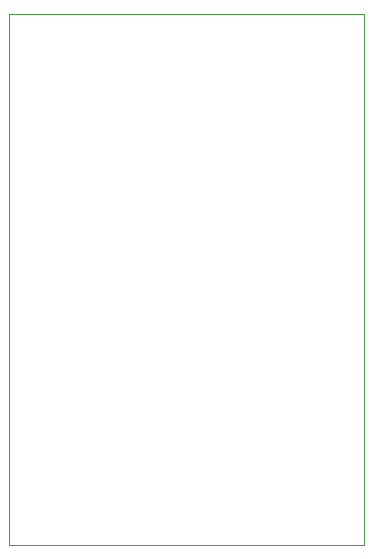
<source format=gm1>
G04*
G04 #@! TF.GenerationSoftware,Altium Limited,Altium Designer,18.1.9 (240)*
G04*
G04 Layer_Color=16711935*
%FSLAX44Y44*%
%MOMM*%
G71*
G01*
G75*
%ADD11C,0.1000*%
D11*
X250000Y550000D02*
Y1000000D01*
Y550000D02*
X550000D01*
Y1000000D01*
X250000D02*
X550000D01*
M02*

</source>
